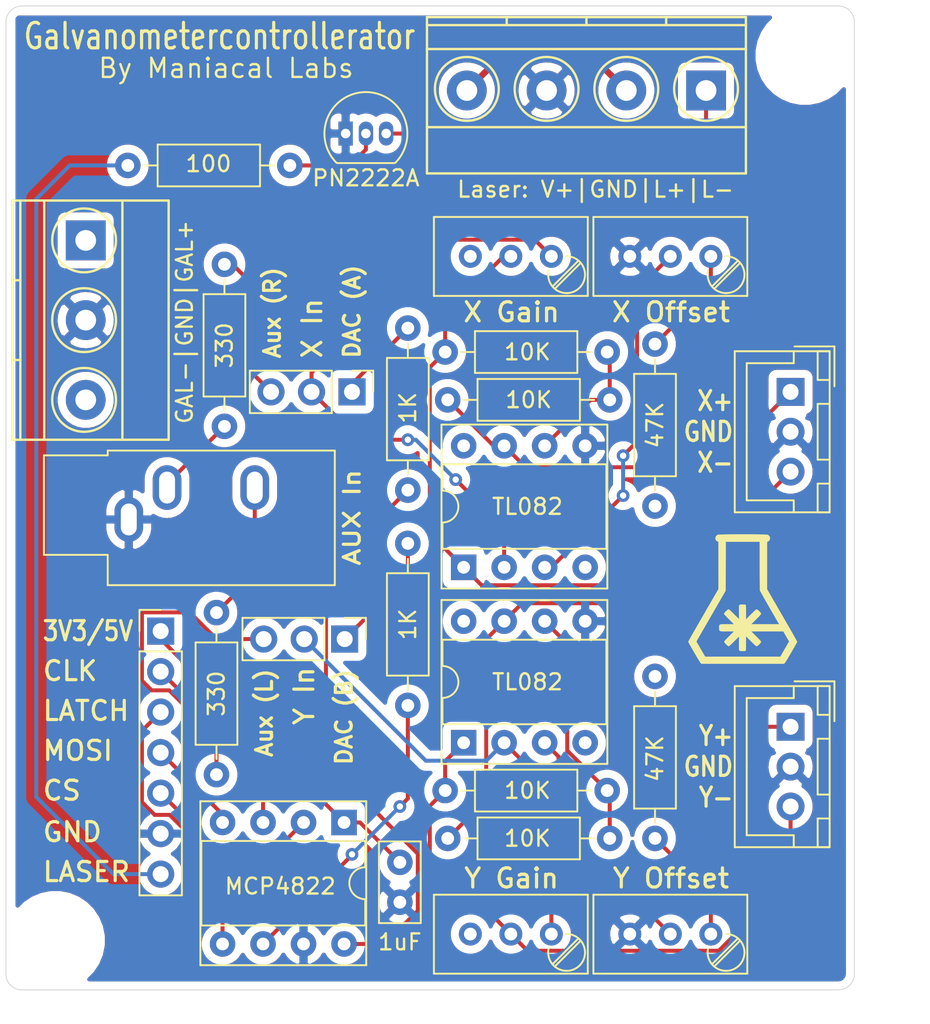
<source format=kicad_pcb>
(kicad_pcb (version 20171130) (host pcbnew "(5.1.6)-1")
  (layers (0 F.Cu signal) (1 In1.Cu power) (2 In2.Cu power) (31 B.Cu signal) (34 B.Paste user) (35 F.Paste user) (36 B.SilkS user) (37 F.SilkS user) (38 B.Mask user) (39 F.Mask user) (44 Edge.Cuts user))
  (net 0 "")
  (net 1 -VIN)
  (net 2 +VIN)
  (net 3 B_ILDA+)
  (net 4 A_ILDA-)
  (net 5 A_ILDA+)
  (net 6 B_ILDA-)
  (net 7 "Net-(J3-Pad5)")
  (net 8 "Net-(J3-Pad4)")
  (net 9 "Net-(J3-Pad3)")
  (net 10 "Net-(J3-Pad2)")
  (net 11 VDD)
  (net 12 "Net-(R1-Pad2)")
  (net 13 "Net-(R4-Pad1)")
  (net 14 "Net-(R5-Pad2)")
  (net 15 "Net-(R8-Pad1)")
  (net 16 "Net-(RV1-Pad3)")
  (net 17 "Net-(RV2-Pad2)")
  (net 18 "Net-(RV3-Pad3)")
  (net 19 "Net-(RV4-Pad2)")
  (net 20 GND)
  (net 21 AUDIO_R)
  (net 22 AUDIO_L)
  (net 23 "Net-(J4-Pad1)")
  (net 24 "Net-(J4-Pad2)")
  (net 25 "Net-(J4-Pad3)")
  (net 26 "Net-(J5-Pad3)")
  (net 27 "Net-(J5-Pad2)")
  (net 28 "Net-(J5-Pad1)")
  (net 29 DAC_A)
  (net 30 DAC_B)
  (net 31 LASER)
  (net 32 VSS)
  (net 33 "Net-(Q1-Pad2)")
  (net 34 "Net-(J8-Pad1)")
  (module Mounting_Holes:MountingHole_3.2mm_M3 (layer F.Cu) (at 86.4 37.9)
    (fp_text reference REF** hide)
    (fp_text value MountingHole_3.2mm_M3)
    (pad "" np_thru_hole circle (at 0 0) (size 3.2 3.2) (drill 3.2) (layers *.Cu *.Mask) (clearance 1.5))
  )
  (module Mounting_Holes:MountingHole_3.2mm_M3 (layer F.Cu) (at 39.4 93.4)
    (fp_text reference REF** hide)
    (fp_text value MountingHole_3.2mm_M3)
    (pad "" np_thru_hole circle (at 0 0) (size 3.2 3.2) (drill 3.2) (layers *.Cu *.Mask) (clearance 1.5))
  )
  (module LOGOS:logo_MLlabs_small (layer F.Cu) (at 82.5 72)
    (fp_text reference G*** hide)
    (fp_text value LOGO hide)
  )
  (module Capacitors_THT:C_Disc_D5.0mm_W2.5mm_P2.50mm (layer F.Cu) (at 61 88.5 270)
    (fp_text reference C1)
    (fp_text value 1uF (at 5 0 180) (layer F.SilkS))
    (pad 1 thru_hole circle (at 0 0 270) (size 1.6 1.6) (drill 0.8) (layers *.Cu *.Mask) (net 11 VDD))
    (pad 2 thru_hole circle (at 2.5 0 270) (size 1.6 1.6) (drill 0.8) (layers *.Cu *.Mask) (net 20 GND))
  )
  (module Resistors_THT:R_Axial_DIN0207_L6.3mm_D2.5mm_P10.16mm_Horizontal (layer F.Cu) (at 64 59.5)
    (fp_text reference R1)
    (fp_text value 10K (at 5.08 0) (layer F.SilkS))
    (pad 2 thru_hole oval (at 10.16 0) (size 1.6 1.6) (drill 0.8) (layers *.Cu *.Mask) (net 12 "Net-(R1-Pad2)"))
    (pad 1 thru_hole circle (at 0 0) (size 1.6 1.6) (drill 0.8) (layers *.Cu *.Mask) (net 5 A_ILDA+))
  )
  (module Resistors_THT:R_Axial_DIN0207_L6.3mm_D2.5mm_P10.16mm_Horizontal (layer F.Cu) (at 61.5 55 270)
    (fp_text reference R2)
    (fp_text value 1K (at 5 0 90) (layer F.SilkS))
    (pad 1 thru_hole circle (at 0 0 270) (size 1.6 1.6) (drill 0.8) (layers *.Cu *.Mask) (net 23 "Net-(J4-Pad1)"))
    (pad 2 thru_hole oval (at 10.16 0 270) (size 1.6 1.6) (drill 0.8) (layers *.Cu *.Mask) (net 29 DAC_A))
  )
  (module Resistors_THT:R_Axial_DIN0207_L6.3mm_D2.5mm_P10.16mm_Horizontal (layer F.Cu) (at 74 56.5 180)
    (fp_text reference R3)
    (fp_text value 10K (at 5 0) (layer F.SilkS))
    (pad 1 thru_hole circle (at 0 0 180) (size 1.6 1.6) (drill 0.8) (layers *.Cu *.Mask) (net 12 "Net-(R1-Pad2)"))
    (pad 2 thru_hole oval (at 10.16 0 180) (size 1.6 1.6) (drill 0.8) (layers *.Cu *.Mask) (net 4 A_ILDA-))
  )
  (module Resistors_THT:R_Axial_DIN0207_L6.3mm_D2.5mm_P10.16mm_Horizontal (layer F.Cu) (at 77 56 270)
    (fp_text reference R4)
    (fp_text value 47K (at 5.08 0 90) (layer F.SilkS))
    (pad 2 thru_hole oval (at 10.16 0 270) (size 1.6 1.6) (drill 0.8) (layers *.Cu *.Mask) (net 2 +VIN))
    (pad 1 thru_hole circle (at 0 0 270) (size 1.6 1.6) (drill 0.8) (layers *.Cu *.Mask) (net 13 "Net-(R4-Pad1)"))
  )
  (module Resistors_THT:R_Axial_DIN0207_L6.3mm_D2.5mm_P10.16mm_Horizontal (layer F.Cu) (at 64 87)
    (fp_text reference R5)
    (fp_text value 10K (at 5 0) (layer F.SilkS))
    (pad 2 thru_hole oval (at 10.16 0) (size 1.6 1.6) (drill 0.8) (layers *.Cu *.Mask) (net 14 "Net-(R5-Pad2)"))
    (pad 1 thru_hole circle (at 0 0) (size 1.6 1.6) (drill 0.8) (layers *.Cu *.Mask) (net 3 B_ILDA+))
  )
  (module Resistors_THT:R_Axial_DIN0207_L6.3mm_D2.5mm_P10.16mm_Horizontal (layer F.Cu) (at 61.5 68.5 270)
    (fp_text reference R6)
    (fp_text value 1K (at 5.08 0 90) (layer F.SilkS))
    (pad 1 thru_hole circle (at 0 0 270) (size 1.6 1.6) (drill 0.8) (layers *.Cu *.Mask) (net 28 "Net-(J5-Pad1)"))
    (pad 2 thru_hole oval (at 10.16 0 270) (size 1.6 1.6) (drill 0.8) (layers *.Cu *.Mask) (net 30 DAC_B))
  )
  (module Resistors_THT:R_Axial_DIN0207_L6.3mm_D2.5mm_P10.16mm_Horizontal (layer F.Cu) (at 74 84 180)
    (fp_text reference R7)
    (fp_text value 10K (at 5 0) (layer F.SilkS))
    (pad 1 thru_hole circle (at 0 0 180) (size 1.6 1.6) (drill 0.8) (layers *.Cu *.Mask) (net 14 "Net-(R5-Pad2)"))
    (pad 2 thru_hole oval (at 10.16 0 180) (size 1.6 1.6) (drill 0.8) (layers *.Cu *.Mask) (net 6 B_ILDA-))
  )
  (module Resistors_THT:R_Axial_DIN0207_L6.3mm_D2.5mm_P10.16mm_Horizontal (layer F.Cu) (at 77 87 90)
    (fp_text reference R8)
    (fp_text value 47K (at 5 0 90) (layer F.SilkS))
    (pad 2 thru_hole oval (at 10.16 0 90) (size 1.6 1.6) (drill 0.8) (layers *.Cu *.Mask) (net 2 +VIN))
    (pad 1 thru_hole circle (at 0 0 90) (size 1.6 1.6) (drill 0.8) (layers *.Cu *.Mask) (net 15 "Net-(R8-Pad1)"))
  )
  (module Potentiometers:Potentiometer_Trimmer_Bourns_3296W (layer F.Cu) (at 70.5 50.5)
    (fp_text reference RV1)
    (fp_text value 10K_TRIM_GAIN)
    (pad 3 thru_hole circle (at -5.08 0) (size 1.44 1.44) (drill 0.8) (layers *.Cu *.Mask) (net 16 "Net-(RV1-Pad3)"))
    (pad 2 thru_hole circle (at -2.54 0) (size 1.44 1.44) (drill 0.8) (layers *.Cu *.Mask) (net 4 A_ILDA-))
    (pad 1 thru_hole circle (at 0 0) (size 1.44 1.44) (drill 0.8) (layers *.Cu *.Mask) (net 24 "Net-(J4-Pad2)"))
  )
  (module Potentiometers:Potentiometer_Trimmer_Bourns_3296W (layer F.Cu) (at 80.5 50.5)
    (fp_text reference RV2)
    (fp_text value 10K_TRIM_OFFSET)
    (pad 1 thru_hole circle (at 0 0) (size 1.44 1.44) (drill 0.8) (layers *.Cu *.Mask) (net 13 "Net-(R4-Pad1)"))
    (pad 2 thru_hole circle (at -2.54 0) (size 1.44 1.44) (drill 0.8) (layers *.Cu *.Mask) (net 17 "Net-(RV2-Pad2)"))
    (pad 3 thru_hole circle (at -5.08 0) (size 1.44 1.44) (drill 0.8) (layers *.Cu *.Mask) (net 20 GND))
  )
  (module Potentiometers:Potentiometer_Trimmer_Bourns_3296W (layer F.Cu) (at 70.5 93)
    (fp_text reference RV3)
    (fp_text value 10K_TRIM_GAIN)
    (pad 1 thru_hole circle (at 0 0) (size 1.44 1.44) (drill 0.8) (layers *.Cu *.Mask) (net 27 "Net-(J5-Pad2)"))
    (pad 2 thru_hole circle (at -2.54 0) (size 1.44 1.44) (drill 0.8) (layers *.Cu *.Mask) (net 6 B_ILDA-))
    (pad 3 thru_hole circle (at -5.08 0) (size 1.44 1.44) (drill 0.8) (layers *.Cu *.Mask) (net 18 "Net-(RV3-Pad3)"))
  )
  (module Potentiometers:Potentiometer_Trimmer_Bourns_3296W (layer F.Cu) (at 80.5 93)
    (fp_text reference RV4)
    (fp_text value 10K_TRIM_OFFSET)
    (pad 3 thru_hole circle (at -5.08 0) (size 1.44 1.44) (drill 0.8) (layers *.Cu *.Mask) (net 20 GND))
    (pad 2 thru_hole circle (at -2.54 0) (size 1.44 1.44) (drill 0.8) (layers *.Cu *.Mask) (net 19 "Net-(RV4-Pad2)"))
    (pad 1 thru_hole circle (at 0 0) (size 1.44 1.44) (drill 0.8) (layers *.Cu *.Mask) (net 15 "Net-(R8-Pad1)"))
  )
  (module Housings_DIP:DIP-8_W7.62mm_Socket (layer F.Cu) (at 65 70 90)
    (fp_text reference U1)
    (fp_text value TL082 (at 3.81 4 180) (layer F.SilkS))
    (pad 8 thru_hole oval (at 7.62 0 90) (size 1.6 1.6) (drill 0.8) (layers *.Cu *.Mask) (net 2 +VIN))
    (pad 4 thru_hole oval (at 0 7.62 90) (size 1.6 1.6) (drill 0.8) (layers *.Cu *.Mask) (net 1 -VIN))
    (pad 7 thru_hole oval (at 7.62 2.54 90) (size 1.6 1.6) (drill 0.8) (layers *.Cu *.Mask) (net 5 A_ILDA+))
    (pad 3 thru_hole oval (at 0 5.08 90) (size 1.6 1.6) (drill 0.8) (layers *.Cu *.Mask) (net 17 "Net-(RV2-Pad2)"))
    (pad 6 thru_hole oval (at 7.62 5.08 90) (size 1.6 1.6) (drill 0.8) (layers *.Cu *.Mask) (net 12 "Net-(R1-Pad2)"))
    (pad 2 thru_hole oval (at 0 2.54 90) (size 1.6 1.6) (drill 0.8) (layers *.Cu *.Mask) (net 24 "Net-(J4-Pad2)"))
    (pad 5 thru_hole oval (at 7.62 7.62 90) (size 1.6 1.6) (drill 0.8) (layers *.Cu *.Mask) (net 20 GND))
    (pad 1 thru_hole rect (at 0 0 90) (size 1.6 1.6) (drill 0.8) (layers *.Cu *.Mask) (net 4 A_ILDA-))
  )
  (module Housings_DIP:DIP-8_W7.62mm_Socket (layer F.Cu) (at 57.5 86 270)
    (fp_text reference U2)
    (fp_text value MCP4822 (at 4 4 180) (layer F.SilkS))
    (pad 8 thru_hole oval (at 7.62 0 270) (size 1.6 1.6) (drill 0.8) (layers *.Cu *.Mask) (net 29 DAC_A))
    (pad 4 thru_hole oval (at 0 7.62 270) (size 1.6 1.6) (drill 0.8) (layers *.Cu *.Mask) (net 8 "Net-(J3-Pad4)"))
    (pad 7 thru_hole oval (at 7.62 2.54 270) (size 1.6 1.6) (drill 0.8) (layers *.Cu *.Mask) (net 20 GND))
    (pad 3 thru_hole oval (at 0 5.08 270) (size 1.6 1.6) (drill 0.8) (layers *.Cu *.Mask) (net 10 "Net-(J3-Pad2)"))
    (pad 6 thru_hole oval (at 7.62 5.08 270) (size 1.6 1.6) (drill 0.8) (layers *.Cu *.Mask) (net 30 DAC_B))
    (pad 2 thru_hole oval (at 0 2.54 270) (size 1.6 1.6) (drill 0.8) (layers *.Cu *.Mask) (net 7 "Net-(J3-Pad5)"))
    (pad 5 thru_hole oval (at 7.62 7.62 270) (size 1.6 1.6) (drill 0.8) (layers *.Cu *.Mask) (net 9 "Net-(J3-Pad3)"))
    (pad 1 thru_hole rect (at 0 0 270) (size 1.6 1.6) (drill 0.8) (layers *.Cu *.Mask) (net 11 VDD))
  )
  (module Housings_DIP:DIP-8_W7.62mm_Socket (layer F.Cu) (at 65 81 90)
    (fp_text reference U3)
    (fp_text value TL082 (at 3.81 4 180) (layer F.SilkS))
    (pad 1 thru_hole rect (at 0 0 90) (size 1.6 1.6) (drill 0.8) (layers *.Cu *.Mask) (net 6 B_ILDA-))
    (pad 5 thru_hole oval (at 7.62 7.62 90) (size 1.6 1.6) (drill 0.8) (layers *.Cu *.Mask) (net 20 GND))
    (pad 2 thru_hole oval (at 0 2.54 90) (size 1.6 1.6) (drill 0.8) (layers *.Cu *.Mask) (net 27 "Net-(J5-Pad2)"))
    (pad 6 thru_hole oval (at 7.62 5.08 90) (size 1.6 1.6) (drill 0.8) (layers *.Cu *.Mask) (net 14 "Net-(R5-Pad2)"))
    (pad 3 thru_hole oval (at 0 5.08 90) (size 1.6 1.6) (drill 0.8) (layers *.Cu *.Mask) (net 19 "Net-(RV4-Pad2)"))
    (pad 7 thru_hole oval (at 7.62 2.54 90) (size 1.6 1.6) (drill 0.8) (layers *.Cu *.Mask) (net 3 B_ILDA+))
    (pad 4 thru_hole oval (at 0 7.62 90) (size 1.6 1.6) (drill 0.8) (layers *.Cu *.Mask) (net 1 -VIN))
    (pad 8 thru_hole oval (at 7.62 0 90) (size 1.6 1.6) (drill 0.8) (layers *.Cu *.Mask) (net 2 +VIN))
  )
  (module Pin_Headers:Pin_Header_Straight_1x03_Pitch2.54mm (layer F.Cu) (at 58 59 270)
    (fp_text reference J4)
    (fp_text value JUMPER_A)
    (pad 1 thru_hole rect (at 0 0 270) (size 1.7 1.7) (drill 1) (layers *.Cu *.Mask) (net 23 "Net-(J4-Pad1)"))
    (pad 2 thru_hole oval (at 0 2.54 270) (size 1.7 1.7) (drill 1) (layers *.Cu *.Mask) (net 24 "Net-(J4-Pad2)"))
    (pad 3 thru_hole oval (at 0 5.08 270) (size 1.7 1.7) (drill 1) (layers *.Cu *.Mask) (net 25 "Net-(J4-Pad3)"))
  )
  (module Pin_Headers:Pin_Header_Straight_1x03_Pitch2.54mm (layer F.Cu) (at 57.54 74.5 270)
    (fp_text reference J5)
    (fp_text value JUMPER_B)
    (pad 3 thru_hole oval (at 0 5.08 270) (size 1.7 1.7) (drill 1) (layers *.Cu *.Mask) (net 26 "Net-(J5-Pad3)"))
    (pad 2 thru_hole oval (at 0 2.54 270) (size 1.7 1.7) (drill 1) (layers *.Cu *.Mask) (net 27 "Net-(J5-Pad2)"))
    (pad 1 thru_hole rect (at 0 0 270) (size 1.7 1.7) (drill 1) (layers *.Cu *.Mask) (net 28 "Net-(J5-Pad1)"))
  )
  (module Connector_Audio:Jack_3.5mm_CUI_SJ1-3533NG_Horizontal (layer F.Cu) (at 44 67 90)
    (fp_text reference J6)
    (fp_text value AudioJack3)
    (pad S thru_hole oval (at 0 0 90) (size 2.8 1.8) (drill oval 2 1) (layers *.Cu *.Mask) (net 20 GND))
    (pad T thru_hole oval (at 2 2.4 90) (size 2.8 1.8) (drill oval 2 1) (layers *.Cu *.Mask) (net 22 AUDIO_L))
    (pad R thru_hole oval (at 2 7.9 90) (size 2.8 1.8) (drill oval 2 1) (layers *.Cu *.Mask) (net 21 AUDIO_R))
  )
  (module Resistors_THT:R_Axial_DIN0207_L6.3mm_D2.5mm_P10.16mm_Horizontal (layer F.Cu) (at 50 51 270)
    (fp_text reference R9)
    (fp_text value 330 (at 5.08 0 90) (layer F.SilkS))
    (pad 2 thru_hole oval (at 10.16 0 270) (size 1.6 1.6) (drill 0.8) (layers *.Cu *.Mask) (net 22 AUDIO_L))
    (pad 1 thru_hole circle (at 0 0 270) (size 1.6 1.6) (drill 0.8) (layers *.Cu *.Mask) (net 25 "Net-(J4-Pad3)"))
  )
  (module Resistors_THT:R_Axial_DIN0207_L6.3mm_D2.5mm_P10.16mm_Horizontal (layer F.Cu) (at 49.5 83 90)
    (fp_text reference R10)
    (fp_text value 330 (at 5.08 0 90) (layer F.SilkS))
    (pad 1 thru_hole circle (at 0 0 90) (size 1.6 1.6) (drill 0.8) (layers *.Cu *.Mask) (net 26 "Net-(J5-Pad3)"))
    (pad 2 thru_hole oval (at 10.16 0 90) (size 1.6 1.6) (drill 0.8) (layers *.Cu *.Mask) (net 21 AUDIO_R))
  )
  (module Connectors_JST:JST_XH_B03B-XH-A_03x2.50mm_Straight (layer F.Cu) (at 85.5 59 270)
    (fp_text reference J2)
    (fp_text value Conn_01x03)
    (pad 3 thru_hole circle (at 5 0 270) (size 1.75 1.75) (drill 1) (layers *.Cu *.Mask) (net 4 A_ILDA-))
    (pad 2 thru_hole circle (at 2.5 0 270) (size 1.75 1.75) (drill 1) (layers *.Cu *.Mask) (net 20 GND))
    (pad 1 thru_hole rect (at 0 0 270) (size 1.75 1.75) (drill 1) (layers *.Cu *.Mask) (net 5 A_ILDA+))
  )
  (module Connectors_JST:JST_XH_B03B-XH-A_03x2.50mm_Straight (layer F.Cu) (at 85.5 80 270)
    (fp_text reference J7)
    (fp_text value Conn_01x03)
    (pad 1 thru_hole rect (at 0 0 270) (size 1.75 1.75) (drill 1) (layers *.Cu *.Mask) (net 3 B_ILDA+))
    (pad 2 thru_hole circle (at 2.5 0 270) (size 1.75 1.75) (drill 1) (layers *.Cu *.Mask) (net 20 GND))
    (pad 3 thru_hole circle (at 5 0 270) (size 1.75 1.75) (drill 1) (layers *.Cu *.Mask) (net 6 B_ILDA-))
  )
  (module TerminalBlocks_Phoenix:TerminalBlock_Phoenix_MKDS1.5-3pol (layer F.Cu) (at 41.3 49.5 270)
    (fp_text reference J1 hide)
    (fp_text value Screw_Terminal_01x03)
    (pad 2 thru_hole circle (at 5 0 270) (size 2.5 2.5) (drill 1.3) (layers *.Cu *.Mask) (net 20 GND))
    (pad 1 thru_hole rect (at 0 0 270) (size 2.5 2.5) (drill 1.3) (layers *.Cu *.Mask) (net 2 +VIN))
    (pad 3 thru_hole circle (at 10 0 270) (size 2.5 2.5) (drill 1.3) (layers *.Cu *.Mask) (net 1 -VIN))
  )
  (module Pin_Headers:Pin_Header_Straight_1x07_Pitch2.54mm (layer F.Cu) (at 46 74)
    (fp_text reference J3 hide)
    (fp_text value Conn_01x07_Male)
    (pad 7 thru_hole oval (at 0 15.24) (size 1.7 1.7) (drill 1) (layers *.Cu *.Mask) (net 31 LASER))
    (pad 6 thru_hole oval (at 0 12.7) (size 1.7 1.7) (drill 1) (layers *.Cu *.Mask) (net 20 GND))
    (pad 5 thru_hole oval (at 0 10.16) (size 1.7 1.7) (drill 1) (layers *.Cu *.Mask) (net 7 "Net-(J3-Pad5)"))
    (pad 4 thru_hole oval (at 0 7.62) (size 1.7 1.7) (drill 1) (layers *.Cu *.Mask) (net 8 "Net-(J3-Pad4)"))
    (pad 3 thru_hole oval (at 0 5.08) (size 1.7 1.7) (drill 1) (layers *.Cu *.Mask) (net 9 "Net-(J3-Pad3)"))
    (pad 2 thru_hole oval (at 0 2.54) (size 1.7 1.7) (drill 1) (layers *.Cu *.Mask) (net 10 "Net-(J3-Pad2)"))
    (pad 1 thru_hole rect (at 0 0) (size 1.7 1.7) (drill 1) (layers *.Cu *.Mask) (net 11 VDD))
  )
  (module TerminalBlocks_Phoenix:TerminalBlock_Phoenix_MKDS1.5-4pol (layer F.Cu) (at 80.2 40.1 180)
    (fp_text reference J8)
    (fp_text value Screw_Terminal_01x04)
    (pad 2 thru_hole circle (at 5 0 180) (size 2.5 2.5) (drill 1.3) (layers *.Cu *.Mask) (net 32 VSS))
    (pad 1 thru_hole rect (at 0 0 180) (size 2.5 2.5) (drill 1.3) (layers *.Cu *.Mask) (net 34 "Net-(J8-Pad1)"))
    (pad 3 thru_hole circle (at 10 0 180) (size 2.5 2.5) (drill 1.3) (layers *.Cu *.Mask) (net 20 GND))
    (pad 4 thru_hole circle (at 15 0 180) (size 2.5 2.5) (drill 1.3) (layers *.Cu *.Mask) (net 32 VSS))
  )
  (module TO_SOT_Packages_THT:TO-92_Inline_Narrow_Oval (layer F.Cu) (at 57.6 42.8)
    (fp_text reference Q1)
    (fp_text value PN2222A (at 1.27 2.79) (layer F.SilkS))
    (pad 1 thru_hole rect (at 0 0 180) (size 0.9 1.5) (drill 0.6) (layers *.Cu *.Mask) (net 20 GND))
    (pad 3 thru_hole oval (at 2.54 0 180) (size 0.9 1.5) (drill 0.6) (layers *.Cu *.Mask) (net 34 "Net-(J8-Pad1)"))
    (pad 2 thru_hole oval (at 1.27 0 180) (size 0.9 1.5) (drill 0.6) (layers *.Cu *.Mask) (net 33 "Net-(Q1-Pad2)"))
  )
  (module Resistors_THT:R_Axial_DIN0207_L6.3mm_D2.5mm_P10.16mm_Horizontal (layer F.Cu) (at 54.1 44.8 180)
    (fp_text reference R11)
    (fp_text value 100 (at 5.1 0.1) (layer F.SilkS))
    (pad 2 thru_hole oval (at 10.16 0 180) (size 1.6 1.6) (drill 0.8) (layers *.Cu *.Mask) (net 31 LASER))
    (pad 1 thru_hole circle (at 0 0 180) (size 1.6 1.6) (drill 0.8) (layers *.Cu *.Mask) (net 33 "Net-(Q1-Pad2)"))
  )
  (gr_arc (start 88.5 35.8) (end 89.5 35.8) (angle -90) (layer Edge.Cuts) (width 0.05))
  (gr_arc (start 88.5 95.5) (end 88.5 96.5) (angle -90) (layer Edge.Cuts) (width 0.05))
  (gr_text GAL-|GND|GAL+ (at 47.5 61.1 90) (layer F.SilkS) (effects (font (size 1 1)) (justify left)))
  (gr_text LASER (at 38.5 89.1) (layer F.SilkS) (effects (font (size 1.2 1.2) (thickness 0.2)) (justify left)))
  (gr_text "By Maniacal Labs" (at 50.1 38.7) (layer F.SilkS) (effects (font (size 1.2 1.2))))
  (gr_text "Laser: V+|GND|L+|L-" (at 64.5 46.3) (layer F.SilkS) (effects (font (size 1 1)) (justify left)))
  (gr_text "Y+\nGND\nY-" (at 82 82.5) (layer F.SilkS) (effects (font (size 1.2 1) (thickness 0.2)) (justify right)))
  (gr_text "AUX In" (at 58 70 90) (layer F.SilkS) (effects (font (size 1 1.2) (thickness 0.2)) (justify left)))
  (gr_text GND (at 38.5 86.6) (layer F.SilkS) (effects (font (size 1.2 1.2) (thickness 0.2)) (justify left)))
  (gr_text CS (at 38.5 84) (layer F.SilkS) (effects (font (size 1.2 1.2) (thickness 0.2)) (justify left)))
  (gr_text MOSI (at 38.5 81.5) (layer F.SilkS) (effects (font (size 1.2 1.2) (thickness 0.2)) (justify left)))
  (gr_text LATCH (at 38.5 79) (layer F.SilkS) (effects (font (size 1.2 1.2) (thickness 0.2)) (justify left)))
  (gr_text CLK (at 38.5 76.5) (layer F.SilkS) (effects (font (size 1.2 1.2) (thickness 0.2)) (justify left)))
  (gr_text 3V3/5V (at 38.5 74) (layer F.SilkS) (effects (font (size 1.2 1) (thickness 0.2)) (justify left)))
  (gr_text Galvanometercontrollerator (at 37.3 36.7) (layer F.SilkS) (effects (font (size 1.6 1.2) (thickness 0.2)) (justify left)))
  (gr_line (start 37.3 96.5) (end 88.5 96.5) (layer Edge.Cuts) (width 0.05))
  (gr_line (start 36.3 35.8) (end 36.3 95.5) (layer Edge.Cuts) (width 0.05))
  (gr_line (start 88.5 34.8) (end 37.3 34.8) (layer Edge.Cuts) (width 0.05))
  (gr_line (start 89.5 95.5) (end 89.5 35.8) (layer Edge.Cuts) (width 0.05))
  (gr_arc (start 37.3 95.5) (end 36.3 95.5) (angle -90) (layer Edge.Cuts) (width 0.05))
  (gr_arc (start 37.3 35.8) (end 37.3 34.8) (angle -90) (layer Edge.Cuts) (width 0.05))
  (gr_text "Aux (L)" (at 52.5 82 90) (layer F.SilkS) (effects (font (size 1 1) (thickness 0.2)) (justify left)))
  (gr_text "DAC (B)" (at 57.5 82.5 90) (layer F.SilkS) (effects (font (size 1 1) (thickness 0.2)) (justify left)))
  (gr_text "Y In" (at 55 80 90) (layer F.SilkS) (effects (font (size 1.2 1.2) (thickness 0.2)) (justify left)))
  (gr_text "DAC (A)" (at 58 57 90) (layer F.SilkS) (effects (font (size 1 1) (thickness 0.2)) (justify left)))
  (gr_text "X In" (at 55.5 57 90) (layer F.SilkS) (effects (font (size 1.2 1.2) (thickness 0.2)) (justify left)))
  (gr_text "Aux (R)" (at 53 57 90) (layer F.SilkS) (effects (font (size 1 1) (thickness 0.2)) (justify left)))
  (gr_text "X+\nGND\nX-" (at 82 61.5) (layer F.SilkS) (effects (font (size 1.2 1) (thickness 0.2)) (justify right)))
  (gr_text "X Offset" (at 78 54) (layer F.SilkS) (effects (font (size 1.2 1.2) (thickness 0.2))))
  (gr_text "X Gain" (at 68 54) (layer F.SilkS) (effects (font (size 1.2 1.2) (thickness 0.2))))
  (gr_text "Y Offset" (at 78 89.5) (layer F.SilkS) (effects (font (size 1.2 1.2) (thickness 0.2))))
  (gr_text "Y Gain" (at 68 89.5) (layer F.SilkS) (effects (font (size 1.2 1.2) (thickness 0.2))))
  (segment (start 66.414999 74.505001) (end 67.54 73.38) (width 0.25) (layer F.Cu) (net 3))
  (segment (start 66.414999 84.585001) (end 66.414999 74.505001) (width 0.25) (layer F.Cu) (net 3))
  (segment (start 64 87) (end 66.414999 84.585001) (width 0.25) (layer F.Cu) (net 3))
  (segment (start 68.665001 72.254999) (end 74.754999 72.254999) (width 0.25) (layer F.Cu) (net 3))
  (segment (start 67.54 73.38) (end 68.665001 72.254999) (width 0.25) (layer F.Cu) (net 3))
  (segment (start 82.5 80) (end 85.5 80) (width 0.25) (layer F.Cu) (net 3))
  (segment (start 74.754999 72.254999) (end 82.5 80) (width 0.25) (layer F.Cu) (net 3))
  (segment (start 63.84 56.5) (end 63.84 54.16) (width 0.25) (layer F.Cu) (net 4))
  (segment (start 67.5 50.5) (end 67.96 50.5) (width 0.25) (layer F.Cu) (net 4))
  (segment (start 63.84 54.16) (end 67.5 50.5) (width 0.25) (layer F.Cu) (net 4))
  (segment (start 62.874999 57.465001) (end 62.874999 67.874999) (width 0.25) (layer F.Cu) (net 4))
  (segment (start 62.874999 67.874999) (end 65 70) (width 0.25) (layer F.Cu) (net 4))
  (segment (start 63.84 56.5) (end 62.874999 57.465001) (width 0.25) (layer F.Cu) (net 4))
  (segment (start 78.374999 71.125001) (end 85.5 64) (width 0.25) (layer F.Cu) (net 4))
  (segment (start 66.125001 71.125001) (end 78.374999 71.125001) (width 0.25) (layer F.Cu) (net 4))
  (segment (start 65 70) (end 66.125001 71.125001) (width 0.25) (layer F.Cu) (net 4))
  (segment (start 66.88 62.38) (end 67.54 62.38) (width 0.25) (layer F.Cu) (net 5))
  (segment (start 64 59.5) (end 66.88 62.38) (width 0.25) (layer F.Cu) (net 5))
  (segment (start 80.774999 63.725001) (end 85.5 59) (width 0.25) (layer F.Cu) (net 5))
  (segment (start 68.885001 63.725001) (end 80.774999 63.725001) (width 0.25) (layer F.Cu) (net 5))
  (segment (start 67.54 62.38) (end 68.885001 63.725001) (width 0.25) (layer F.Cu) (net 5))
  (segment (start 62.874999 84.965001) (end 62.874999 87.914999) (width 0.25) (layer F.Cu) (net 6))
  (segment (start 62.874999 87.914999) (end 67.96 93) (width 0.25) (layer F.Cu) (net 6))
  (segment (start 63.84 84) (end 62.874999 84.965001) (width 0.25) (layer F.Cu) (net 6))
  (segment (start 63.84 82.16) (end 65 81) (width 0.25) (layer F.Cu) (net 6))
  (segment (start 63.84 84) (end 63.84 82.16) (width 0.25) (layer F.Cu) (net 6))
  (segment (start 85.5 89.546602) (end 85.5 85) (width 0.25) (layer F.Cu) (net 6))
  (segment (start 69.005001 94.045001) (end 81.001601 94.045001) (width 0.25) (layer F.Cu) (net 6))
  (segment (start 81.001601 94.045001) (end 85.5 89.546602) (width 0.25) (layer F.Cu) (net 6))
  (segment (start 67.96 93) (end 69.005001 94.045001) (width 0.25) (layer F.Cu) (net 6))
  (segment (start 46 84.16) (end 49.34 87.5) (width 0.25) (layer F.Cu) (net 7))
  (segment (start 53.46 87.5) (end 54.96 86) (width 0.25) (layer F.Cu) (net 7))
  (segment (start 49.34 87.5) (end 53.46 87.5) (width 0.25) (layer F.Cu) (net 7))
  (segment (start 49.88 85.5) (end 49.88 86) (width 0.25) (layer F.Cu) (net 8))
  (segment (start 46 81.62) (end 49.88 85.5) (width 0.25) (layer F.Cu) (net 8))
  (segment (start 49.88 88.840998) (end 49.88 93.62) (width 0.25) (layer F.Cu) (net 9))
  (segment (start 44.824999 84.724001) (end 45.625997 85.524999) (width 0.25) (layer F.Cu) (net 9))
  (segment (start 44.824999 80.255001) (end 44.824999 84.724001) (width 0.25) (layer F.Cu) (net 9))
  (segment (start 46.564001 85.524999) (end 49.88 88.840998) (width 0.25) (layer F.Cu) (net 9))
  (segment (start 45.625997 85.524999) (end 46.564001 85.524999) (width 0.25) (layer F.Cu) (net 9))
  (segment (start 46 79.08) (end 44.824999 80.255001) (width 0.25) (layer F.Cu) (net 9))
  (segment (start 52.42 82.96) (end 52.42 86) (width 0.25) (layer F.Cu) (net 10))
  (segment (start 46 76.54) (end 52.42 82.96) (width 0.25) (layer F.Cu) (net 10))
  (segment (start 46 74.5) (end 57.5 86) (width 0.25) (layer F.Cu) (net 11))
  (segment (start 46 74) (end 46 74.5) (width 0.25) (layer F.Cu) (net 11))
  (segment (start 58.5 86) (end 61 88.5) (width 0.25) (layer F.Cu) (net 11))
  (segment (start 57.5 86) (end 58.5 86) (width 0.25) (layer F.Cu) (net 11))
  (segment (start 72.96 59.5) (end 74.16 59.5) (width 0.25) (layer F.Cu) (net 12))
  (segment (start 70.08 62.38) (end 72.96 59.5) (width 0.25) (layer F.Cu) (net 12))
  (segment (start 74.16 56.66) (end 74 56.5) (width 0.25) (layer F.Cu) (net 12))
  (segment (start 74.16 59.5) (end 74.16 56.66) (width 0.25) (layer F.Cu) (net 12))
  (segment (start 80.5 52.5) (end 77 56) (width 0.25) (layer F.Cu) (net 13))
  (segment (start 80.5 50.5) (end 80.5 52.5) (width 0.25) (layer F.Cu) (net 13))
  (segment (start 74.16 84.16) (end 74 84) (width 0.25) (layer F.Cu) (net 14))
  (segment (start 74.16 87) (end 74.16 84.16) (width 0.25) (layer F.Cu) (net 14))
  (segment (start 71.494999 74.794999) (end 70.08 73.38) (width 0.25) (layer F.Cu) (net 14))
  (segment (start 71.494999 81.494999) (end 71.494999 74.794999) (width 0.25) (layer F.Cu) (net 14))
  (segment (start 74 84) (end 71.494999 81.494999) (width 0.25) (layer F.Cu) (net 14))
  (segment (start 80.5 90.5) (end 77 87) (width 0.25) (layer F.Cu) (net 15))
  (segment (start 80.5 93) (end 80.5 90.5) (width 0.25) (layer F.Cu) (net 15))
  (segment (start 75.874999 62.125001) (end 75 63) (width 0.25) (layer F.Cu) (net 17))
  (via (at 75 63) (size 0.8) (drill 0.4) (layers F.Cu B.Cu) (net 17))
  (segment (start 77.96 50.5) (end 75.874999 52.585001) (width 0.25) (layer F.Cu) (net 17))
  (segment (start 75.874999 52.585001) (end 75.874999 62.125001) (width 0.25) (layer F.Cu) (net 17))
  (via (at 75 65.5) (size 0.8) (drill 0.4) (layers F.Cu B.Cu) (net 17))
  (segment (start 75 63) (end 75 65.5) (width 0.25) (layer B.Cu) (net 17))
  (segment (start 70.5 70) (end 70.08 70) (width 0.25) (layer F.Cu) (net 17))
  (segment (start 75 65.5) (end 70.5 70) (width 0.25) (layer F.Cu) (net 17))
  (segment (start 70.95001 81.87001) (end 70.08 81) (width 0.25) (layer F.Cu) (net 19))
  (segment (start 70.95001 85.99001) (end 70.95001 81.87001) (width 0.25) (layer F.Cu) (net 19))
  (segment (start 77.96 93) (end 70.95001 85.99001) (width 0.25) (layer F.Cu) (net 19))
  (segment (start 51.9 70.44) (end 49.5 72.84) (width 0.25) (layer F.Cu) (net 21))
  (segment (start 51.9 65) (end 51.9 70.44) (width 0.25) (layer F.Cu) (net 21))
  (segment (start 46.4 64.76) (end 50 61.16) (width 0.25) (layer F.Cu) (net 22))
  (segment (start 46.4 65) (end 46.4 64.76) (width 0.25) (layer F.Cu) (net 22))
  (segment (start 58 58.5) (end 61.5 55) (width 0.25) (layer F.Cu) (net 23))
  (segment (start 58 59) (end 58 58.5) (width 0.25) (layer F.Cu) (net 23))
  (segment (start 69.454999 49.454999) (end 70.5 50.5) (width 0.25) (layer F.Cu) (net 24))
  (segment (start 63.80292 49.454999) (end 69.454999 49.454999) (width 0.25) (layer F.Cu) (net 24))
  (segment (start 55.46 57.797919) (end 63.80292 49.454999) (width 0.25) (layer F.Cu) (net 24))
  (segment (start 55.46 59) (end 55.46 57.797919) (width 0.25) (layer F.Cu) (net 24))
  (via (at 64.5 64.5) (size 0.8) (drill 0.4) (layers F.Cu B.Cu) (net 24))
  (segment (start 67.54 70) (end 67.54 67.54) (width 0.25) (layer F.Cu) (net 24))
  (segment (start 67.54 67.54) (end 64.5 64.5) (width 0.25) (layer F.Cu) (net 24))
  (via (at 61.5 62) (size 0.8) (drill 0.4) (layers F.Cu B.Cu) (net 24))
  (segment (start 64.5 64.5) (end 62 62) (width 0.25) (layer B.Cu) (net 24))
  (segment (start 62 62) (end 61.5 62) (width 0.25) (layer B.Cu) (net 24))
  (segment (start 58.46 62) (end 55.46 59) (width 0.25) (layer F.Cu) (net 24))
  (segment (start 61.5 62) (end 58.46 62) (width 0.25) (layer F.Cu) (net 24))
  (segment (start 52.92 59) (end 51.8 57.88) (width 0.25) (layer F.Cu) (net 25))
  (segment (start 51.8 57.88) (end 51.8 52.3) (width 0.25) (layer F.Cu) (net 25))
  (segment (start 50.5 51) (end 50 51) (width 0.25) (layer F.Cu) (net 25))
  (segment (start 51.8 52.3) (end 50.5 51) (width 0.25) (layer F.Cu) (net 25))
  (segment (start 44.889999 72.824999) (end 47.819997 72.824999) (width 0.25) (layer F.Cu) (net 26))
  (segment (start 47.819997 72.824999) (end 49.494998 74.5) (width 0.25) (layer F.Cu) (net 26))
  (segment (start 44.824999 72.889999) (end 44.889999 72.824999) (width 0.25) (layer F.Cu) (net 26))
  (segment (start 44.824999 77.104001) (end 44.824999 72.889999) (width 0.25) (layer F.Cu) (net 26))
  (segment (start 49.494998 74.5) (end 52.46 74.5) (width 0.25) (layer F.Cu) (net 26))
  (segment (start 45.435999 77.715001) (end 44.824999 77.104001) (width 0.25) (layer F.Cu) (net 26))
  (segment (start 46.538591 77.715001) (end 45.435999 77.715001) (width 0.25) (layer F.Cu) (net 26))
  (segment (start 49.5 80.67641) (end 46.538591 77.715001) (width 0.25) (layer F.Cu) (net 26))
  (segment (start 49.5 83) (end 49.5 80.67641) (width 0.25) (layer F.Cu) (net 26))
  (segment (start 70.5 83.96) (end 67.54 81) (width 0.25) (layer F.Cu) (net 27))
  (segment (start 70.5 93) (end 70.5 83.96) (width 0.25) (layer F.Cu) (net 27))
  (segment (start 62.625001 82.125001) (end 55 74.5) (width 0.25) (layer B.Cu) (net 27))
  (segment (start 66.414999 82.125001) (end 62.625001 82.125001) (width 0.25) (layer B.Cu) (net 27))
  (segment (start 67.54 81) (end 66.414999 82.125001) (width 0.25) (layer B.Cu) (net 27))
  (segment (start 61.5 70.54) (end 57.54 74.5) (width 0.25) (layer F.Cu) (net 28))
  (segment (start 61.5 68.5) (end 61.5 70.54) (width 0.25) (layer F.Cu) (net 28))
  (segment (start 60.045002 93.62) (end 57.5 93.62) (width 0.25) (layer F.Cu) (net 29))
  (segment (start 62.125001 91.540001) (end 60.045002 93.62) (width 0.25) (layer F.Cu) (net 29))
  (segment (start 62.125001 87.959999) (end 62.125001 91.540001) (width 0.25) (layer F.Cu) (net 29))
  (segment (start 56.364999 82.199997) (end 62.125001 87.959999) (width 0.25) (layer F.Cu) (net 29))
  (segment (start 56.364999 70.295001) (end 56.364999 82.199997) (width 0.25) (layer F.Cu) (net 29))
  (segment (start 61.5 65.16) (end 56.364999 70.295001) (width 0.25) (layer F.Cu) (net 29))
  (via (at 58 88) (size 0.8) (drill 0.4) (layers F.Cu B.Cu) (net 30))
  (segment (start 52.42 93.62) (end 58 88.04) (width 0.25) (layer F.Cu) (net 30))
  (segment (start 58 88.04) (end 58 88) (width 0.25) (layer F.Cu) (net 30))
  (via (at 61 85) (size 0.8) (drill 0.4) (layers F.Cu B.Cu) (net 30))
  (segment (start 58 88) (end 61 85) (width 0.25) (layer B.Cu) (net 30))
  (segment (start 61.5 84.5) (end 61.5 78.66) (width 0.25) (layer F.Cu) (net 30))
  (segment (start 61 85) (end 61.5 84.5) (width 0.25) (layer F.Cu) (net 30))
  (segment (start 46 89.24) (end 43.04 89.24) (width 0.25) (layer B.Cu) (net 31))
  (segment (start 43.04 89.24) (end 38.2 84.4) (width 0.25) (layer B.Cu) (net 31))
  (segment (start 38.2 84.4) (end 38.2 46.9) (width 0.25) (layer B.Cu) (net 31))
  (segment (start 40.3 44.8) (end 43.94 44.8) (width 0.25) (layer B.Cu) (net 31))
  (segment (start 38.2 46.9) (end 40.3 44.8) (width 0.25) (layer B.Cu) (net 31))
  (segment (start 75.2 40.1) (end 71.9 36.8) (width 0.4) (layer F.Cu) (net 32))
  (segment (start 71.9 36.8) (end 68.5 36.8) (width 0.4) (layer F.Cu) (net 32))
  (segment (start 68.5 36.8) (end 65.2 40.1) (width 0.4) (layer F.Cu) (net 32))
  (segment (start 58.87 43.8) (end 58.87 42.8) (width 0.25) (layer F.Cu) (net 33))
  (segment (start 57.87 44.8) (end 58.87 43.8) (width 0.25) (layer F.Cu) (net 33))
  (segment (start 54.1 44.8) (end 57.87 44.8) (width 0.25) (layer F.Cu) (net 33))
  (segment (start 80.2 41.9) (end 80.2 40.1) (width 0.25) (layer F.Cu) (net 34))
  (segment (start 60.14 42.8) (end 79.3 42.8) (width 0.25) (layer F.Cu) (net 34))
  (segment (start 79.3 42.8) (end 80.2 41.9) (width 0.25) (layer F.Cu) (net 34))
  (zone (net 20) (net_name GND) (layer B.Cu) (connect_pads (clearance 0.508)) (min_thickness 0.254) (fill yes (arc_segments 32) (thermal_gap 0.508) (thermal_bridge_width 0.508))
    (polygon (pts (xy 89 96) (xy 36.9 96) (xy 36.9 35.4) (xy 89 35.4)))
  )
  (zone (net 20) (net_name GND) (layer F.Cu) (connect_pads (clearance 0.508)) (min_thickness 0.254) (fill yes (arc_segments 32) (thermal_gap 0.508) (thermal_bridge_width 0.508))
    (polygon (pts (xy 89 96) (xy 36.9 96) (xy 36.9 35.4) (xy 89 35.4)))
  )
)
</source>
